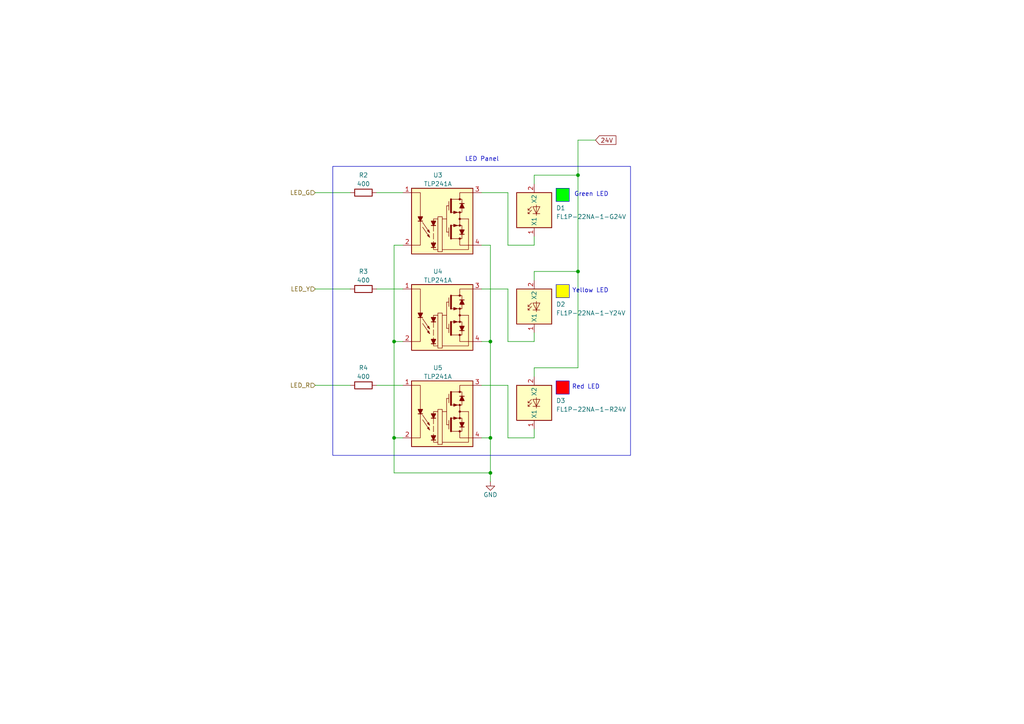
<source format=kicad_sch>
(kicad_sch (version 20250114) (generator "eeschema") (generator_version "9.0")
  (paper "A4")
  (title_block (title "LED Panel") (date "2023-07-20") (company "CITIC Research Center & Department of Computer Engineering, University of A Coruña."))
  (lib_symbols
    (symbol "Device:R" (pin_numbers (hide yes)) (pin_names (offset 0))
      (property "Reference" "R" (at 2.032 0 90))
      (property "Value" "R" (at 0 0 90))
      (symbol "R_0_1"
        (rectangle (start -1.016 -2.54) (end 1.016 2.54) (stroke (width 0.254)))
      )
      (symbol "R_1_1"
        (pin passive line (at 0 3.81 270) (length 1.27) (name "~") (number "1"))
        (pin passive line (at 0 -3.81 90) (length 1.27) (name "~") (number "2"))
      )
    )
    (symbol "Gantry_Robot_Components:FL1P-22NA-1-G24V"
      (property "Reference" "D" (at 3.81 6.35 0))
      (property "Value" "FL1P-22NA-1-G24V" (at 11.43 -6.35 0))
      (symbol "FL1P-22NA-1-G24V_0_1"
        (polyline (pts (xy -1.778 0) (xy -1.27 0)))
        (polyline (pts (xy -1.778 -1.016) (xy -1.27 -1.016)))
        (polyline (pts (xy -0.762 1.016) (xy -1.778 0) (xy -1.778 0.508)))
        (polyline (pts (xy -0.762 0) (xy -1.778 -1.016) (xy -1.778 -0.508)))
        (polyline (pts (xy 0.635 1.524) (xy 0.635 -1.016) (xy 0.635 -1.524)))
        (polyline (pts (xy 1.651 1.016) (xy -0.381 1.016) (xy 0.635 -1.016) (xy 1.651 1.016)))
        (polyline (pts (xy 1.651 -1.016) (xy -0.381 -1.016)))
        (rectangle (start 5.08 5.08) (end -5.08 -5.08) (stroke (width 0.254)) (fill (type background)))
      )
      (symbol "FL1P-22NA-1-G24V_1_1"
        (pin passive line (at 0 7.62 270) (length 2.54) (name "X2") (number "2"))
        (pin passive line (at 0 -7.62 90) (length 2.54) (name "X1") (number "1"))
      )
    )
    (symbol "Gantry_Robot_Components:FL1P-22NA-1-R24V"
      (property "Reference" "D" (at 3.81 6.35 0))
      (property "Value" "FL1P-22NA-1-R24V" (at 11.43 -6.35 0))
      (symbol "FL1P-22NA-1-R24V_0_1"
        (polyline (pts (xy -1.778 0) (xy -1.27 0)))
        (polyline (pts (xy -1.778 -1.016) (xy -1.27 -1.016)))
        (polyline (pts (xy -0.762 1.016) (xy -1.778 0) (xy -1.778 0.508)))
        (polyline (pts (xy -0.762 0) (xy -1.778 -1.016) (xy -1.778 -0.508)))
        (polyline (pts (xy 0.635 1.524) (xy 0.635 -1.016) (xy 0.635 -1.524)))
        (polyline (pts (xy 1.651 1.016) (xy -0.381 1.016) (xy 0.635 -1.016) (xy 1.651 1.016)))
        (polyline (pts (xy 1.651 -1.016) (xy -0.381 -1.016)))
        (rectangle (start 5.08 5.08) (end -5.08 -5.08) (stroke (width 0.254)) (fill (type background)))
      )
      (symbol "FL1P-22NA-1-R24V_1_1"
        (pin passive line (at 0 7.62 270) (length 2.54) (name "X2") (number "2"))
        (pin passive line (at 0 -7.62 90) (length 2.54) (name "X1") (number "1"))
      )
    )
    (symbol "Gantry_Robot_Components:FL1P-22NA-1-Y24V"
      (property "Reference" "D" (at 3.81 6.35 0))
      (property "Value" "FL1P-22NA-1-Y24V" (at 11.43 -6.35 0))
      (symbol "FL1P-22NA-1-Y24V_0_1"
        (polyline (pts (xy -1.778 0) (xy -1.27 0)))
        (polyline (pts (xy -1.778 -1.016) (xy -1.27 -1.016)))
        (polyline (pts (xy -0.762 1.016) (xy -1.778 0) (xy -1.778 0.508)))
        (polyline (pts (xy -0.762 0) (xy -1.778 -1.016) (xy -1.778 -0.508)))
        (polyline (pts (xy 0.635 1.524) (xy 0.635 -1.016) (xy 0.635 -1.524)))
        (polyline (pts (xy 1.651 1.016) (xy -0.381 1.016) (xy 0.635 -1.016) (xy 1.651 1.016)))
        (polyline (pts (xy 1.651 -1.016) (xy -0.381 -1.016)))
        (rectangle (start 5.08 5.08) (end -5.08 -5.08) (stroke (width 0.254)) (fill (type background)))
      )
      (symbol "FL1P-22NA-1-Y24V_1_1"
        (pin passive line (at 0 7.62 270) (length 2.54) (name "X2") (number "2"))
        (pin passive line (at 0 -7.62 90) (length 2.54) (name "X1") (number "1"))
      )
    )
    (symbol "Gantry_Robot_Components:TLP241A" (pin_names (offset 1.016))
      (property "Reference" "U" (at 7.62 10.16 0))
      (property "Value" "TLP241A" (at -2.54 -12.7 0))
      (symbol "TLP241A_0_1"
        (rectangle (start -7.62 8.89) (end 10.16 -10.16) (stroke (width 0.254)) (fill (type background)))
        (polyline (pts (xy -7.62 7.62) (xy -5.08 7.62) (xy -5.08 -7.62) (xy -7.62 -7.62)))
        (polyline (pts (xy -5.715 -0.635) (xy -4.445 -0.635)) (stroke (width 0.254)))
        (polyline (pts (xy -5.08 -0.635) (xy -5.715 0.635) (xy -4.445 0.635) (xy -5.08 -0.635)) (stroke (width 0.254)) (fill (type outline)))
        (polyline (pts (xy -4.4196 -1.016) (xy -2.3876 -3.9624)))
        (polyline (pts (xy -4.4196 -2.3876) (xy -2.3876 -5.334)))
        (polyline (pts (xy -2.3876 -3.9624) (xy -2.6416 -3.1496) (xy -3.048 -3.4544) (xy -2.3876 -3.9624)) (fill (type outline)))
        (polyline (pts (xy -2.3876 -5.334) (xy -2.6416 -4.5212) (xy -3.048 -4.826) (xy -2.3876 -5.334)) (fill (type outline)))
        (polyline (pts (xy -1.27 -0.635) (xy -1.27 0) (xy 0 0)))
        (polyline (pts (xy -1.27 -1.905) (xy -0.635 -0.635) (xy -1.905 -0.635) (xy -1.27 -1.905)) (stroke (width 0.254)) (fill (type outline)))
        (polyline (pts (xy -1.27 -8.255) (xy -1.27 -8.89) (xy 0 -8.89)))
        (polyline (pts (xy -1.27 -8.255) (xy -0.635 -6.985) (xy -1.905 -6.985) (xy -1.27 -8.255)) (stroke (width 0.254)) (fill (type outline)))
        (polyline (pts (xy -0.635 -1.905) (xy -1.905 -1.905)) (stroke (width 0.254)))
        (polyline (pts (xy -0.635 -8.255) (xy -1.905 -8.255)) (stroke (width 0.254)))
        (polyline (pts (xy 1.27 0.635) (xy 1.27 -9.525) (xy 0 -9.525) (xy 0 0.635) (xy 1.27 0.635)))
        (polyline (pts (xy 2.54 3.81) (xy 3.175 3.81)))
        (polyline (pts (xy 2.54 -3.81) (xy 3.175 -3.81)))
        (polyline (pts (xy 3.175 2.54) (xy 3.175 5.08)))
        (polyline (pts (xy 3.175 -5.08) (xy 3.175 -2.54)))
        (polyline (pts (xy 3.81 1.905) (xy 3.81 5.715)) (stroke (width 0.508)))
        (polyline (pts (xy 3.81 -5.715) (xy 3.81 -1.905)) (stroke (width 0.508)))
        (polyline (pts (xy 5.715 5.715) (xy 3.81 5.715)))
        (polyline (pts (xy 5.715 5.715) (xy 6.985 5.715) (xy 6.985 4.445)))
        (polyline (pts (xy 5.715 1.905) (xy 4.572 2.286) (xy 4.572 1.524) (xy 5.715 1.905)) (fill (type outline)))
        (polyline (pts (xy 5.715 -1.905) (xy 3.81 -1.905)))
        (polyline (pts (xy 5.715 -1.905) (xy 6.985 -1.905) (xy 6.985 -3.175)))
        (polyline (pts (xy 5.715 -1.905) (xy 4.572 -1.524) (xy 4.572 -2.286) (xy 5.715 -1.905)) (fill (type outline)))
        (circle (center 6.35 5.715) (radius 0.254) (fill (type outline)))
        (polyline (pts (xy 6.35 1.905) (xy 6.35 -1.905)))
        (circle (center 6.35 1.905) (radius 0.254) (fill (type outline)))
        (polyline (pts (xy 6.35 0) (xy 8.89 0)))
        (circle (center 6.35 0) (radius 0.254) (fill (type outline)))
        (circle (center 6.35 -1.905) (radius 0.254) (fill (type outline)))
        (polyline (pts (xy 6.35 -5.715) (xy 6.35 -7.62) (xy 10.16 -7.62)))
        (circle (center 6.35 -5.715) (radius 0.254) (fill (type outline)))
        (polyline (pts (xy 6.985 4.445) (xy 7.62 3.175) (xy 6.35 3.175) (xy 6.985 4.445)) (stroke (width 0.254)) (fill (type outline)))
        (polyline (pts (xy 6.985 3.175) (xy 6.985 1.905) (xy 3.81 1.905)))
        (polyline (pts (xy 6.985 -4.445) (xy 6.985 -5.715) (xy 3.81 -5.715)))
        (polyline (pts (xy 6.985 -4.445) (xy 7.62 -3.175) (xy 6.35 -3.175) (xy 6.985 -4.445)) (stroke (width 0.254)) (fill (type outline)))
        (polyline (pts (xy 7.62 4.445) (xy 6.35 4.445)) (stroke (width 0.254)))
        (polyline (pts (xy 7.62 -4.445) (xy 6.35 -4.445)) (stroke (width 0.254)))
        (polyline (pts (xy 10.16 7.62) (xy 6.35 7.62) (xy 6.35 5.715)))
      )
      (symbol "TLP241A_1_1"
        (polyline (pts (xy -1.27 -1.905) (xy -1.27 -6.985)) (stroke (width 0) (type dash)))
        (polyline (pts (xy 2.54 3.81) (xy 2.54 -3.81)))
        (polyline (pts (xy 2.54 0) (xy 1.27 0)))
        (polyline (pts (xy 8.89 0) (xy 8.89 -8.89) (xy 1.27 -8.89)))
        (pin passive line (at -10.16 7.62 0) (length 2.54) (name "~") (number "1"))
        (pin passive line (at -10.16 -7.62 0) (length 2.54) (name "~") (number "2"))
        (pin passive line (at 12.7 7.62 180) (length 2.54) (name "~") (number "3"))
        (pin passive line (at 12.7 -7.62 180) (length 2.54) (name "~") (number "4"))
      )
    )
    (symbol "power:GND" (power) (pin_names (offset 0))
      (property "Value" "GND" (at 0 -3.81 0))
      (symbol "GND_0_1"
        (polyline (pts (xy 0 0) (xy 0 -1.27) (xy 1.27 -1.27) (xy 0 -2.54) (xy -1.27 -1.27) (xy 0 -1.27)))
      )
      (symbol "GND_1_1"
        (pin power_in line (at 0 0 270) (length 0) (hide yes) (name "GND") (number "1"))
      )
    )
  )
  (rectangle (start 161.29 54.61) (end 165.1 58.42) (fill (type color) (color 0 255 0 1)))
  (rectangle (start 96.52 48.26) (end 182.88 132.08))
  (rectangle (start 161.29 82.55) (end 165.1 86.36) (fill (type color) (color 255 255 0 1)))
  (rectangle (start 161.29 110.49) (end 165.1 114.3) (fill (type color) (color 255 0 0 1)))
  (text "Red LED" (at 173.99 113.03 0) (effects (font (size 1.27 1.27)) (justify right bottom)))
  (text "Green LED" (at 176.53 57.15 0) (effects (font (size 1.27 1.27)) (justify right bottom)))
  (text "Yellow LED" (at 176.53 85.09 0) (effects (font (size 1.27 1.27)) (justify right bottom)))
  (text "LED Panel" (at 144.78 46.99 0) (effects (font (size 1.27 1.27)) (justify right bottom)))
  (junction (at 142.24 127))
  (junction (at 167.64 78.74))
  (junction (at 142.24 137.16))
  (junction (at 114.3 99.06))
  (junction (at 142.24 99.06))
  (junction (at 114.3 127))
  (junction (at 167.64 50.8))
  (wire (pts (xy 154.94 78.74) (xy 167.64 78.74)))
  (wire (pts (xy 91.44 83.82) (xy 101.6 83.82)))
  (wire (pts (xy 147.32 83.82) (xy 139.7 83.82)))
  (wire (pts (xy 114.3 137.16) (xy 142.24 137.16)))
  (wire (pts (xy 114.3 127) (xy 114.3 137.16)))
  (wire (pts (xy 154.94 106.68) (xy 167.64 106.68)))
  (wire (pts (xy 154.94 124.46) (xy 154.94 127)))
  (wire (pts (xy 109.22 111.76) (xy 116.84 111.76)))
  (wire (pts (xy 154.94 71.12) (xy 154.94 68.58)))
  (wire (pts (xy 167.64 40.64) (xy 167.64 50.8)))
  (wire (pts (xy 147.32 55.88) (xy 147.32 71.12)))
  (wire (pts (xy 167.64 40.64) (xy 172.72 40.64)))
  (wire (pts (xy 147.32 71.12) (xy 154.94 71.12)))
  (wire (pts (xy 114.3 99.06) (xy 114.3 127)))
  (wire (pts (xy 114.3 71.12) (xy 114.3 99.06)))
  (wire (pts (xy 147.32 83.82) (xy 147.32 99.06)))
  (wire (pts (xy 154.94 96.52) (xy 154.94 99.06)))
  (wire (pts (xy 139.7 55.88) (xy 147.32 55.88)))
  (wire (pts (xy 114.3 99.06) (xy 116.84 99.06)))
  (wire (pts (xy 154.94 53.34) (xy 154.94 50.8)))
  (wire (pts (xy 147.32 111.76) (xy 147.32 127)))
  (wire (pts (xy 142.24 99.06) (xy 142.24 127)))
  (wire (pts (xy 139.7 127) (xy 142.24 127)))
  (wire (pts (xy 167.64 50.8) (xy 167.64 78.74)))
  (wire (pts (xy 154.94 81.28) (xy 154.94 78.74)))
  (wire (pts (xy 154.94 50.8) (xy 167.64 50.8)))
  (wire (pts (xy 147.32 99.06) (xy 154.94 99.06)))
  (wire (pts (xy 139.7 71.12) (xy 142.24 71.12)))
  (wire (pts (xy 139.7 99.06) (xy 142.24 99.06)))
  (wire (pts (xy 109.22 83.82) (xy 116.84 83.82)))
  (wire (pts (xy 91.44 111.76) (xy 101.6 111.76)))
  (wire (pts (xy 109.22 55.88) (xy 116.84 55.88)))
  (wire (pts (xy 139.7 111.76) (xy 147.32 111.76)))
  (wire (pts (xy 142.24 71.12) (xy 142.24 99.06)))
  (wire (pts (xy 114.3 127) (xy 116.84 127)))
  (wire (pts (xy 154.94 106.68) (xy 154.94 109.22)))
  (wire (pts (xy 147.32 127) (xy 154.94 127)))
  (wire (pts (xy 142.24 127) (xy 142.24 137.16)))
  (wire (pts (xy 91.44 55.88) (xy 101.6 55.88)))
  (wire (pts (xy 116.84 71.12) (xy 114.3 71.12)))
  (wire (pts (xy 167.64 106.68) (xy 167.64 78.74)))
  (wire (pts (xy 142.24 137.16) (xy 142.24 139.7)))
  (global_label "24V" (shape input) (at 172.72 40.64 0) (property "Intersheetrefs" "${INTERSHEET_REFS}" (effects (hide yes))))
  (hierarchical_label "LED_R" (shape input) (at 91.44 111.76 180))
  (hierarchical_label "LED_Y" (shape input) (at 91.44 83.82 180))
  (hierarchical_label "LED_G" (shape input) (at 91.44 55.88 180))
  (symbol (lib_id "Device:R") (at 105.41 55.88 90) (unit 1)
    (property "Reference" "R2" (at 105.41 50.8 90))
    (property "Value" "400" (at 105.41 53.34 90))
  )
  (symbol (lib_id "Device:R") (at 105.41 111.76 90) (unit 1)
    (property "Reference" "R4" (at 105.41 106.68 90))
    (property "Value" "400" (at 105.41 109.22 90))
  )
  (symbol (lib_id "power:GND") (at 142.24 139.7 0) (unit 1)
    (property "Reference" "#PWR0108" (effects (hide yes)))
    (property "Value" "GND" (at 142.24 143.51 0))
    (instances (project "pruebas_robot" (path "" (reference "#PWR023") (unit 1)) (path "" (reference "#PWR0108") (unit 1))))
  )
  (symbol (lib_id "Gantry_Robot_Components:TLP241A") (at 127 119.38 0) (unit 1)
    (property "Reference" "U5" (at 127 106.68 0))
    (property "Value" "TLP241A" (at 127 109.22 0))
    (property "Datasheet" "https://toshiba.semicon-storage.com/info/TLP241A_datasheet_en_20230525.pdf?did=14237&prodName=TLP241A" (effects (hide yes)))
  )
  (symbol (lib_id "Gantry_Robot_Components:FL1P-22NA-1-R24V") (at 154.94 116.84 0) (unit 1)
    (property "Reference" "D3" (at 161.29 116.205 0) (effects (justify left)))
    (property "Value" "FL1P-22NA-1-R24V" (at 161.29 118.745 0) (effects (justify left)))
    (property "Datasheet" "https://mspindy.com/spec-sheets/FL1P-22NA-1.pdf" (effects (hide yes)))
  )
  (symbol (lib_id "Gantry_Robot_Components:TLP241A") (at 127 91.44 0) (unit 1)
    (property "Reference" "U4" (at 127 78.74 0))
    (property "Value" "TLP241A" (at 127 81.28 0))
    (property "Datasheet" "https://toshiba.semicon-storage.com/info/TLP241A_datasheet_en_20230525.pdf?did=14237&prodName=TLP241A" (effects (hide yes)))
  )
  (symbol (lib_id "Gantry_Robot_Components:FL1P-22NA-1-Y24V") (at 154.94 88.9 0) (unit 1)
    (property "Reference" "D2" (at 161.29 88.265 0) (effects (justify left)))
    (property "Value" "FL1P-22NA-1-Y24V" (at 161.29 90.805 0) (effects (justify left)))
    (property "Datasheet" "https://mspindy.com/spec-sheets/FL1P-22NA-1.pdf" (effects (hide yes)))
  )
  (symbol (lib_id "Gantry_Robot_Components:FL1P-22NA-1-G24V") (at 154.94 60.96 0) (unit 1)
    (property "Reference" "D1" (at 161.29 60.325 0) (effects (justify left)))
    (property "Value" "FL1P-22NA-1-G24V" (at 161.29 62.865 0) (effects (justify left)))
    (property "Datasheet" "https://mspindy.com/spec-sheets/FL1P-22NA-1.pdf" (effects (hide yes)))
  )
  (symbol (lib_id "Gantry_Robot_Components:TLP241A") (at 127 63.5 0) (unit 1)
    (property "Reference" "U3" (at 127 50.8 0))
    (property "Value" "TLP241A" (at 127 53.34 0))
    (property "Datasheet" "https://toshiba.semicon-storage.com/info/TLP241A_datasheet_en_20230525.pdf?did=14237&prodName=TLP241A" (effects (hide yes)))
  )
  (symbol (lib_id "Device:R") (at 105.41 83.82 90) (unit 1)
    (property "Reference" "R3" (at 105.41 78.74 90))
    (property "Value" "400" (at 105.41 81.28 90))
  )
)
</source>
